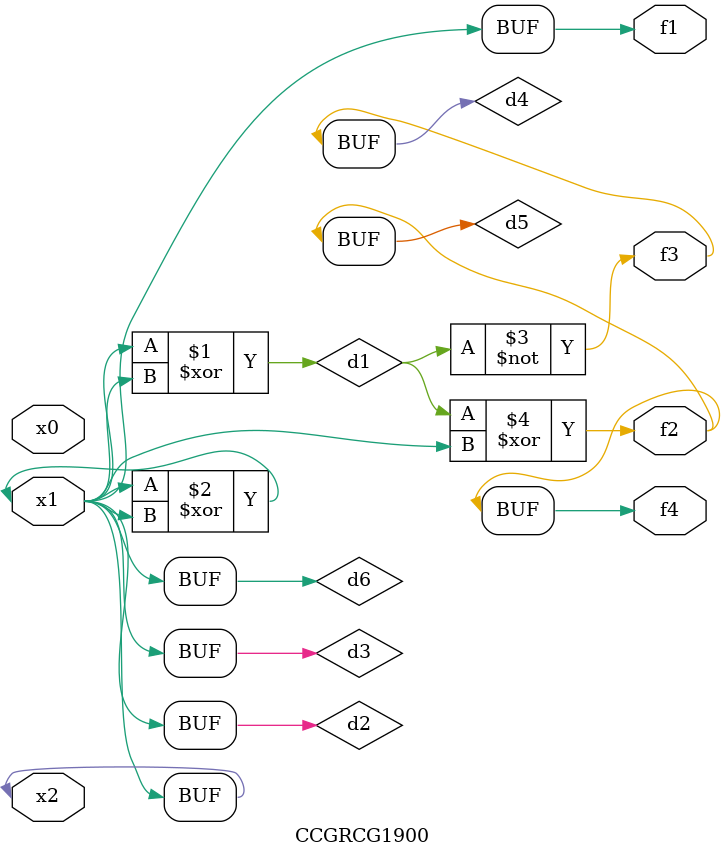
<source format=v>
module CCGRCG1900(
	input x0, x1, x2,
	output f1, f2, f3, f4
);

	wire d1, d2, d3, d4, d5, d6;

	xor (d1, x1, x2);
	buf (d2, x1, x2);
	xor (d3, x1, x2);
	nor (d4, d1);
	xor (d5, d1, d2);
	buf (d6, d2, d3);
	assign f1 = d6;
	assign f2 = d5;
	assign f3 = d4;
	assign f4 = d5;
endmodule

</source>
